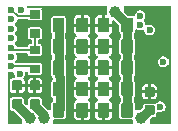
<source format=gbl>
G04 #@! TF.GenerationSoftware,KiCad,Pcbnew,7.0.9*
G04 #@! TF.CreationDate,2024-03-10T08:17:22+03:00*
G04 #@! TF.ProjectId,hellen1-motor-driver,68656c6c-656e-4312-9d6d-6f746f722d64,rev?*
G04 #@! TF.SameCoordinates,PX507d780PY4a62f80*
G04 #@! TF.FileFunction,Copper,L4,Bot*
G04 #@! TF.FilePolarity,Positive*
%FSLAX46Y46*%
G04 Gerber Fmt 4.6, Leading zero omitted, Abs format (unit mm)*
G04 Created by KiCad (PCBNEW 7.0.9) date 2024-03-10 08:17:22*
%MOMM*%
%LPD*%
G01*
G04 APERTURE LIST*
G04 #@! TA.AperFunction,SMDPad,CuDef*
%ADD10R,0.200000X4.400000*%
G04 #@! TD*
G04 #@! TA.AperFunction,SMDPad,CuDef*
%ADD11R,1.200000X0.200000*%
G04 #@! TD*
G04 #@! TA.AperFunction,SMDPad,CuDef*
%ADD12R,6.800000X0.200000*%
G04 #@! TD*
G04 #@! TA.AperFunction,SMDPad,CuDef*
%ADD13R,4.000000X0.200000*%
G04 #@! TD*
G04 #@! TA.AperFunction,SMDPad,CuDef*
%ADD14R,1.800000X0.200000*%
G04 #@! TD*
G04 #@! TA.AperFunction,SMDPad,CuDef*
%ADD15R,0.200000X10.000000*%
G04 #@! TD*
G04 #@! TA.AperFunction,ComponentPad*
%ADD16C,0.600000*%
G04 #@! TD*
G04 #@! TA.AperFunction,ComponentPad*
%ADD17C,1.000000*%
G04 #@! TD*
G04 #@! TA.AperFunction,ViaPad*
%ADD18C,0.600000*%
G04 #@! TD*
G04 #@! TA.AperFunction,Conductor*
%ADD19C,0.800000*%
G04 #@! TD*
G04 #@! TA.AperFunction,Conductor*
%ADD20C,0.200000*%
G04 #@! TD*
G04 APERTURE END LIST*
D10*
G04 #@! TO.P,M821,G,GND*
G04 #@! TO.N,GND*
X100000Y2200000D03*
D11*
X600000Y100000D03*
D12*
X5000000Y9900000D03*
X7200000Y100000D03*
D13*
X11800000Y9900000D03*
D14*
X12900000Y100000D03*
D15*
X13700000Y5000000D03*
D16*
G04 #@! TO.P,M821,N1,MOSI*
G04 #@! TO.N,/MOSI*
X1100000Y9700000D03*
D17*
G04 #@! TO.P,M821,N2,12V_IN*
G04 #@! TO.N,+12V*
X9100000Y9500000D03*
G04 #@! TO.P,M821,S1,12V_IN*
X1900000Y500000D03*
G04 #@! TO.P,M821,S2,OUT-*
G04 #@! TO.N,/OUT-*
X3100000Y500000D03*
G04 #@! TO.P,M821,S3,OUT+*
G04 #@! TO.N,/OUT+*
X11300000Y500000D03*
D16*
G04 #@! TO.P,M821,W1,DIS*
G04 #@! TO.N,/DIS*
X300000Y9700000D03*
G04 #@! TO.P,M821,W2,PWM*
G04 #@! TO.N,/PWM*
X300000Y8900000D03*
G04 #@! TO.P,M821,W3,SCLK*
G04 #@! TO.N,/SCLK*
X300000Y8100000D03*
G04 #@! TO.P,M821,W4,DIR*
G04 #@! TO.N,/DIR*
X300000Y7300000D03*
G04 #@! TO.P,M821,W5,3V3_IN*
G04 #@! TO.N,+3V3*
X300000Y6500000D03*
G04 #@! TO.P,M821,W6,MISO*
G04 #@! TO.N,/MISO*
X300000Y5700000D03*
G04 #@! TO.P,M821,W7,~CS*
G04 #@! TO.N,/~CS*
X300000Y4900000D03*
G04 #@! TD*
G04 #@! TO.P,R822,2*
G04 #@! TO.N,+3V3*
G04 #@! TA.AperFunction,SMDPad,CuDef*
G36*
G01*
X1910000Y8050000D02*
X2690000Y8050000D01*
G75*
G02*
X2760000Y7980000I0J-70000D01*
G01*
X2760000Y7420000D01*
G75*
G02*
X2690000Y7350000I-70000J0D01*
G01*
X1910000Y7350000D01*
G75*
G02*
X1840000Y7420000I0J70000D01*
G01*
X1840000Y7980000D01*
G75*
G02*
X1910000Y8050000I70000J0D01*
G01*
G37*
G04 #@! TD.AperFunction*
G04 #@! TO.P,R822,1*
G04 #@! TO.N,/DIS*
G04 #@! TA.AperFunction,SMDPad,CuDef*
G36*
G01*
X1910000Y9650000D02*
X2690000Y9650000D01*
G75*
G02*
X2760000Y9580000I0J-70000D01*
G01*
X2760000Y9020000D01*
G75*
G02*
X2690000Y8950000I-70000J0D01*
G01*
X1910000Y8950000D01*
G75*
G02*
X1840000Y9020000I0J70000D01*
G01*
X1840000Y9580000D01*
G75*
G02*
X1910000Y9650000I70000J0D01*
G01*
G37*
G04 #@! TD.AperFunction*
G04 #@! TD*
G04 #@! TO.P,R821,2*
G04 #@! TO.N,+3V3*
G04 #@! TA.AperFunction,SMDPad,CuDef*
G36*
G01*
X2690000Y5950000D02*
X1910000Y5950000D01*
G75*
G02*
X1840000Y6020000I0J70000D01*
G01*
X1840000Y6580000D01*
G75*
G02*
X1910000Y6650000I70000J0D01*
G01*
X2690000Y6650000D01*
G75*
G02*
X2760000Y6580000I0J-70000D01*
G01*
X2760000Y6020000D01*
G75*
G02*
X2690000Y5950000I-70000J0D01*
G01*
G37*
G04 #@! TD.AperFunction*
G04 #@! TO.P,R821,1*
G04 #@! TO.N,/~CS*
G04 #@! TA.AperFunction,SMDPad,CuDef*
G36*
G01*
X2690000Y4350000D02*
X1910000Y4350000D01*
G75*
G02*
X1840000Y4420000I0J70000D01*
G01*
X1840000Y4980000D01*
G75*
G02*
X1910000Y5050000I70000J0D01*
G01*
X2690000Y5050000D01*
G75*
G02*
X2760000Y4980000I0J-70000D01*
G01*
X2760000Y4420000D01*
G75*
G02*
X2690000Y4350000I-70000J0D01*
G01*
G37*
G04 #@! TD.AperFunction*
G04 #@! TD*
G04 #@! TO.P,C833,1*
G04 #@! TO.N,GND*
G04 #@! TA.AperFunction,SMDPad,CuDef*
G36*
G01*
X11660008Y3190001D02*
X12340008Y3190001D01*
G75*
G02*
X12425008Y3105001I0J-85000D01*
G01*
X12425008Y2425001D01*
G75*
G02*
X12340008Y2340001I-85000J0D01*
G01*
X11660008Y2340001D01*
G75*
G02*
X11575008Y2425001I0J85000D01*
G01*
X11575008Y3105001D01*
G75*
G02*
X11660008Y3190001I85000J0D01*
G01*
G37*
G04 #@! TD.AperFunction*
G04 #@! TO.P,C833,2*
G04 #@! TO.N,/OUT+*
G04 #@! TA.AperFunction,SMDPad,CuDef*
G36*
G01*
X11660008Y1609999D02*
X12340008Y1609999D01*
G75*
G02*
X12425008Y1524999I0J-85000D01*
G01*
X12425008Y844999D01*
G75*
G02*
X12340008Y759999I-85000J0D01*
G01*
X11660008Y759999D01*
G75*
G02*
X11575008Y844999I0J85000D01*
G01*
X11575008Y1524999D01*
G75*
G02*
X11660008Y1609999I85000J0D01*
G01*
G37*
G04 #@! TD.AperFunction*
G04 #@! TD*
G04 #@! TO.P,C832,1*
G04 #@! TO.N,GND*
G04 #@! TA.AperFunction,SMDPad,CuDef*
G36*
G01*
X1960000Y3715001D02*
X2640000Y3715001D01*
G75*
G02*
X2725000Y3630001I0J-85000D01*
G01*
X2725000Y2950001D01*
G75*
G02*
X2640000Y2865001I-85000J0D01*
G01*
X1960000Y2865001D01*
G75*
G02*
X1875000Y2950001I0J85000D01*
G01*
X1875000Y3630001D01*
G75*
G02*
X1960000Y3715001I85000J0D01*
G01*
G37*
G04 #@! TD.AperFunction*
G04 #@! TO.P,C832,2*
G04 #@! TO.N,/OUT-*
G04 #@! TA.AperFunction,SMDPad,CuDef*
G36*
G01*
X1960000Y2134999D02*
X2640000Y2134999D01*
G75*
G02*
X2725000Y2049999I0J-85000D01*
G01*
X2725000Y1369999D01*
G75*
G02*
X2640000Y1284999I-85000J0D01*
G01*
X1960000Y1284999D01*
G75*
G02*
X1875000Y1369999I0J85000D01*
G01*
X1875000Y2049999D01*
G75*
G02*
X1960000Y2134999I85000J0D01*
G01*
G37*
G04 #@! TD.AperFunction*
G04 #@! TD*
G04 #@! TO.P,C831,1*
G04 #@! TO.N,GND*
G04 #@! TA.AperFunction,SMDPad,CuDef*
G36*
G01*
X460000Y3715001D02*
X1140000Y3715001D01*
G75*
G02*
X1225000Y3630001I0J-85000D01*
G01*
X1225000Y2950001D01*
G75*
G02*
X1140000Y2865001I-85000J0D01*
G01*
X460000Y2865001D01*
G75*
G02*
X375000Y2950001I0J85000D01*
G01*
X375000Y3630001D01*
G75*
G02*
X460000Y3715001I85000J0D01*
G01*
G37*
G04 #@! TD.AperFunction*
G04 #@! TO.P,C831,2*
G04 #@! TO.N,+12V*
G04 #@! TA.AperFunction,SMDPad,CuDef*
G36*
G01*
X460000Y2134999D02*
X1140000Y2134999D01*
G75*
G02*
X1225000Y2049999I0J-85000D01*
G01*
X1225000Y1369999D01*
G75*
G02*
X1140000Y1284999I-85000J0D01*
G01*
X460000Y1284999D01*
G75*
G02*
X375000Y1369999I0J85000D01*
G01*
X375000Y2049999D01*
G75*
G02*
X460000Y2134999I85000J0D01*
G01*
G37*
G04 #@! TD.AperFunction*
G04 #@! TD*
G04 #@! TO.P,C830,2*
G04 #@! TO.N,+12V*
G04 #@! TA.AperFunction,SMDPad,CuDef*
G36*
G01*
X9600008Y7875000D02*
X9600008Y8925000D01*
G75*
G02*
X9700008Y9025000I100000J0D01*
G01*
X10500008Y9025000D01*
G75*
G02*
X10600008Y8925000I0J-100000D01*
G01*
X10600008Y7875000D01*
G75*
G02*
X10500008Y7775000I-100000J0D01*
G01*
X9700008Y7775000D01*
G75*
G02*
X9600008Y7875000I0J100000D01*
G01*
G37*
G04 #@! TD.AperFunction*
G04 #@! TO.P,C830,1*
G04 #@! TO.N,GND*
G04 #@! TA.AperFunction,SMDPad,CuDef*
G36*
G01*
X7600008Y7875000D02*
X7600008Y8925000D01*
G75*
G02*
X7700008Y9025000I100000J0D01*
G01*
X8500008Y9025000D01*
G75*
G02*
X8600008Y8925000I0J-100000D01*
G01*
X8600008Y7875000D01*
G75*
G02*
X8500008Y7775000I-100000J0D01*
G01*
X7700008Y7775000D01*
G75*
G02*
X7600008Y7875000I0J100000D01*
G01*
G37*
G04 #@! TD.AperFunction*
G04 #@! TD*
G04 #@! TO.P,C829,2*
G04 #@! TO.N,+12V*
G04 #@! TA.AperFunction,SMDPad,CuDef*
G36*
G01*
X9600008Y6075000D02*
X9600008Y7125000D01*
G75*
G02*
X9700008Y7225000I100000J0D01*
G01*
X10500008Y7225000D01*
G75*
G02*
X10600008Y7125000I0J-100000D01*
G01*
X10600008Y6075000D01*
G75*
G02*
X10500008Y5975000I-100000J0D01*
G01*
X9700008Y5975000D01*
G75*
G02*
X9600008Y6075000I0J100000D01*
G01*
G37*
G04 #@! TD.AperFunction*
G04 #@! TO.P,C829,1*
G04 #@! TO.N,GND*
G04 #@! TA.AperFunction,SMDPad,CuDef*
G36*
G01*
X7600008Y6075000D02*
X7600008Y7125000D01*
G75*
G02*
X7700008Y7225000I100000J0D01*
G01*
X8500008Y7225000D01*
G75*
G02*
X8600008Y7125000I0J-100000D01*
G01*
X8600008Y6075000D01*
G75*
G02*
X8500008Y5975000I-100000J0D01*
G01*
X7700008Y5975000D01*
G75*
G02*
X7600008Y6075000I0J100000D01*
G01*
G37*
G04 #@! TD.AperFunction*
G04 #@! TD*
G04 #@! TO.P,C828,2*
G04 #@! TO.N,+12V*
G04 #@! TA.AperFunction,SMDPad,CuDef*
G36*
G01*
X9600008Y4275000D02*
X9600008Y5325000D01*
G75*
G02*
X9700008Y5425000I100000J0D01*
G01*
X10500008Y5425000D01*
G75*
G02*
X10600008Y5325000I0J-100000D01*
G01*
X10600008Y4275000D01*
G75*
G02*
X10500008Y4175000I-100000J0D01*
G01*
X9700008Y4175000D01*
G75*
G02*
X9600008Y4275000I0J100000D01*
G01*
G37*
G04 #@! TD.AperFunction*
G04 #@! TO.P,C828,1*
G04 #@! TO.N,GND*
G04 #@! TA.AperFunction,SMDPad,CuDef*
G36*
G01*
X7600008Y4275000D02*
X7600008Y5325000D01*
G75*
G02*
X7700008Y5425000I100000J0D01*
G01*
X8500008Y5425000D01*
G75*
G02*
X8600008Y5325000I0J-100000D01*
G01*
X8600008Y4275000D01*
G75*
G02*
X8500008Y4175000I-100000J0D01*
G01*
X7700008Y4175000D01*
G75*
G02*
X7600008Y4275000I0J100000D01*
G01*
G37*
G04 #@! TD.AperFunction*
G04 #@! TD*
G04 #@! TO.P,C827,2*
G04 #@! TO.N,+12V*
G04 #@! TA.AperFunction,SMDPad,CuDef*
G36*
G01*
X9600008Y2475000D02*
X9600008Y3525000D01*
G75*
G02*
X9700008Y3625000I100000J0D01*
G01*
X10500008Y3625000D01*
G75*
G02*
X10600008Y3525000I0J-100000D01*
G01*
X10600008Y2475000D01*
G75*
G02*
X10500008Y2375000I-100000J0D01*
G01*
X9700008Y2375000D01*
G75*
G02*
X9600008Y2475000I0J100000D01*
G01*
G37*
G04 #@! TD.AperFunction*
G04 #@! TO.P,C827,1*
G04 #@! TO.N,GND*
G04 #@! TA.AperFunction,SMDPad,CuDef*
G36*
G01*
X7600008Y2475000D02*
X7600008Y3525000D01*
G75*
G02*
X7700008Y3625000I100000J0D01*
G01*
X8500008Y3625000D01*
G75*
G02*
X8600008Y3525000I0J-100000D01*
G01*
X8600008Y2475000D01*
G75*
G02*
X8500008Y2375000I-100000J0D01*
G01*
X7700008Y2375000D01*
G75*
G02*
X7600008Y2475000I0J100000D01*
G01*
G37*
G04 #@! TD.AperFunction*
G04 #@! TD*
G04 #@! TO.P,C826,2*
G04 #@! TO.N,+12V*
G04 #@! TA.AperFunction,SMDPad,CuDef*
G36*
G01*
X9600008Y675000D02*
X9600008Y1725000D01*
G75*
G02*
X9700008Y1825000I100000J0D01*
G01*
X10500008Y1825000D01*
G75*
G02*
X10600008Y1725000I0J-100000D01*
G01*
X10600008Y675000D01*
G75*
G02*
X10500008Y575000I-100000J0D01*
G01*
X9700008Y575000D01*
G75*
G02*
X9600008Y675000I0J100000D01*
G01*
G37*
G04 #@! TD.AperFunction*
G04 #@! TO.P,C826,1*
G04 #@! TO.N,GND*
G04 #@! TA.AperFunction,SMDPad,CuDef*
G36*
G01*
X7600008Y675000D02*
X7600008Y1725000D01*
G75*
G02*
X7700008Y1825000I100000J0D01*
G01*
X8500008Y1825000D01*
G75*
G02*
X8600008Y1725000I0J-100000D01*
G01*
X8600008Y675000D01*
G75*
G02*
X8500008Y575000I-100000J0D01*
G01*
X7700008Y575000D01*
G75*
G02*
X7600008Y675000I0J100000D01*
G01*
G37*
G04 #@! TD.AperFunction*
G04 #@! TD*
G04 #@! TO.P,C825,2*
G04 #@! TO.N,+12V*
G04 #@! TA.AperFunction,SMDPad,CuDef*
G36*
G01*
X4800008Y8925000D02*
X4800008Y7875000D01*
G75*
G02*
X4700008Y7775000I-100000J0D01*
G01*
X3900008Y7775000D01*
G75*
G02*
X3800008Y7875000I0J100000D01*
G01*
X3800008Y8925000D01*
G75*
G02*
X3900008Y9025000I100000J0D01*
G01*
X4700008Y9025000D01*
G75*
G02*
X4800008Y8925000I0J-100000D01*
G01*
G37*
G04 #@! TD.AperFunction*
G04 #@! TO.P,C825,1*
G04 #@! TO.N,GND*
G04 #@! TA.AperFunction,SMDPad,CuDef*
G36*
G01*
X6800008Y8925000D02*
X6800008Y7875000D01*
G75*
G02*
X6700008Y7775000I-100000J0D01*
G01*
X5900008Y7775000D01*
G75*
G02*
X5800008Y7875000I0J100000D01*
G01*
X5800008Y8925000D01*
G75*
G02*
X5900008Y9025000I100000J0D01*
G01*
X6700008Y9025000D01*
G75*
G02*
X6800008Y8925000I0J-100000D01*
G01*
G37*
G04 #@! TD.AperFunction*
G04 #@! TD*
G04 #@! TO.P,C824,2*
G04 #@! TO.N,+12V*
G04 #@! TA.AperFunction,SMDPad,CuDef*
G36*
G01*
X4800008Y7125000D02*
X4800008Y6075000D01*
G75*
G02*
X4700008Y5975000I-100000J0D01*
G01*
X3900008Y5975000D01*
G75*
G02*
X3800008Y6075000I0J100000D01*
G01*
X3800008Y7125000D01*
G75*
G02*
X3900008Y7225000I100000J0D01*
G01*
X4700008Y7225000D01*
G75*
G02*
X4800008Y7125000I0J-100000D01*
G01*
G37*
G04 #@! TD.AperFunction*
G04 #@! TO.P,C824,1*
G04 #@! TO.N,GND*
G04 #@! TA.AperFunction,SMDPad,CuDef*
G36*
G01*
X6800008Y7125000D02*
X6800008Y6075000D01*
G75*
G02*
X6700008Y5975000I-100000J0D01*
G01*
X5900008Y5975000D01*
G75*
G02*
X5800008Y6075000I0J100000D01*
G01*
X5800008Y7125000D01*
G75*
G02*
X5900008Y7225000I100000J0D01*
G01*
X6700008Y7225000D01*
G75*
G02*
X6800008Y7125000I0J-100000D01*
G01*
G37*
G04 #@! TD.AperFunction*
G04 #@! TD*
G04 #@! TO.P,C823,2*
G04 #@! TO.N,+12V*
G04 #@! TA.AperFunction,SMDPad,CuDef*
G36*
G01*
X4800008Y5325000D02*
X4800008Y4275000D01*
G75*
G02*
X4700008Y4175000I-100000J0D01*
G01*
X3900008Y4175000D01*
G75*
G02*
X3800008Y4275000I0J100000D01*
G01*
X3800008Y5325000D01*
G75*
G02*
X3900008Y5425000I100000J0D01*
G01*
X4700008Y5425000D01*
G75*
G02*
X4800008Y5325000I0J-100000D01*
G01*
G37*
G04 #@! TD.AperFunction*
G04 #@! TO.P,C823,1*
G04 #@! TO.N,GND*
G04 #@! TA.AperFunction,SMDPad,CuDef*
G36*
G01*
X6800008Y5325000D02*
X6800008Y4275000D01*
G75*
G02*
X6700008Y4175000I-100000J0D01*
G01*
X5900008Y4175000D01*
G75*
G02*
X5800008Y4275000I0J100000D01*
G01*
X5800008Y5325000D01*
G75*
G02*
X5900008Y5425000I100000J0D01*
G01*
X6700008Y5425000D01*
G75*
G02*
X6800008Y5325000I0J-100000D01*
G01*
G37*
G04 #@! TD.AperFunction*
G04 #@! TD*
G04 #@! TO.P,C822,2*
G04 #@! TO.N,+12V*
G04 #@! TA.AperFunction,SMDPad,CuDef*
G36*
G01*
X4800008Y3525000D02*
X4800008Y2475000D01*
G75*
G02*
X4700008Y2375000I-100000J0D01*
G01*
X3900008Y2375000D01*
G75*
G02*
X3800008Y2475000I0J100000D01*
G01*
X3800008Y3525000D01*
G75*
G02*
X3900008Y3625000I100000J0D01*
G01*
X4700008Y3625000D01*
G75*
G02*
X4800008Y3525000I0J-100000D01*
G01*
G37*
G04 #@! TD.AperFunction*
G04 #@! TO.P,C822,1*
G04 #@! TO.N,GND*
G04 #@! TA.AperFunction,SMDPad,CuDef*
G36*
G01*
X6800008Y3525000D02*
X6800008Y2475000D01*
G75*
G02*
X6700008Y2375000I-100000J0D01*
G01*
X5900008Y2375000D01*
G75*
G02*
X5800008Y2475000I0J100000D01*
G01*
X5800008Y3525000D01*
G75*
G02*
X5900008Y3625000I100000J0D01*
G01*
X6700008Y3625000D01*
G75*
G02*
X6800008Y3525000I0J-100000D01*
G01*
G37*
G04 #@! TD.AperFunction*
G04 #@! TD*
G04 #@! TO.P,C821,2*
G04 #@! TO.N,+12V*
G04 #@! TA.AperFunction,SMDPad,CuDef*
G36*
G01*
X4800008Y1725000D02*
X4800008Y675000D01*
G75*
G02*
X4700008Y575000I-100000J0D01*
G01*
X3900008Y575000D01*
G75*
G02*
X3800008Y675000I0J100000D01*
G01*
X3800008Y1725000D01*
G75*
G02*
X3900008Y1825000I100000J0D01*
G01*
X4700008Y1825000D01*
G75*
G02*
X4800008Y1725000I0J-100000D01*
G01*
G37*
G04 #@! TD.AperFunction*
G04 #@! TO.P,C821,1*
G04 #@! TO.N,GND*
G04 #@! TA.AperFunction,SMDPad,CuDef*
G36*
G01*
X6800008Y1725000D02*
X6800008Y675000D01*
G75*
G02*
X6700008Y575000I-100000J0D01*
G01*
X5900008Y575000D01*
G75*
G02*
X5800008Y675000I0J100000D01*
G01*
X5800008Y1725000D01*
G75*
G02*
X5900008Y1825000I100000J0D01*
G01*
X6700008Y1825000D01*
G75*
G02*
X6800008Y1725000I0J-100000D01*
G01*
G37*
G04 #@! TD.AperFunction*
G04 #@! TD*
D18*
G04 #@! TO.N,GND*
X5300000Y9400000D03*
X5400000Y7500000D03*
X5400000Y2100000D03*
X9000000Y5700000D03*
X9100000Y500000D03*
X5300000Y500000D03*
X3300000Y9450000D03*
X12800000Y9400000D03*
X13300000Y8100000D03*
X13200000Y600000D03*
G04 #@! TO.N,+12V*
X10100000Y3900000D03*
X10100000Y2100000D03*
X4300008Y5700000D03*
G04 #@! TO.N,/MOSI*
X11200000Y9200000D03*
G04 #@! TO.N,GND*
X7200000Y9450000D03*
X7200000Y7500000D03*
X7200000Y5700000D03*
X7200000Y3900000D03*
X7200000Y2100000D03*
X600002Y600000D03*
X3343535Y1743535D03*
G04 #@! TO.N,/~CS*
X12900008Y1500000D03*
G04 #@! TO.N,/PWM*
X12000008Y8000010D03*
G04 #@! TO.N,/DIS*
X11193618Y8415799D03*
G04 #@! TO.N,/SCLK*
X13150498Y5300000D03*
G04 #@! TO.N,+12V*
X1000008Y4300000D03*
X4396524Y4013526D03*
G04 #@! TD*
D19*
G04 #@! TO.N,+12V*
X10100008Y8499992D02*
X9100000Y9500000D01*
X10100008Y8400000D02*
X10100008Y8499992D01*
G04 #@! TO.N,/OUT+*
X11984999Y1184999D02*
X11300000Y500000D01*
X12000008Y1184999D02*
X11984999Y1184999D01*
G04 #@! TO.N,+12V*
X4300008Y7500000D02*
X4300008Y5700000D01*
X4300008Y5700000D02*
X4300008Y4110042D01*
D20*
G04 #@! TO.N,/~CS*
X2100000Y4900000D02*
X2300000Y4700000D01*
X300000Y4900000D02*
X2100000Y4900000D01*
G04 #@! TO.N,+3V3*
X500000Y6300000D02*
X300000Y6500000D01*
X2300000Y6300000D02*
X500000Y6300000D01*
X2300000Y7700000D02*
X2300000Y6300000D01*
G04 #@! TO.N,/DIS*
X827818Y9150000D02*
X2150000Y9150000D01*
X2150000Y9150000D02*
X2300000Y9300000D01*
X300000Y9700000D02*
X300000Y9677818D01*
X300000Y9677818D02*
X827818Y9150000D01*
D19*
G04 #@! TO.N,+12V*
X800000Y1602084D02*
X1900000Y502084D01*
X800000Y1709999D02*
X800000Y1602084D01*
X1900000Y502084D02*
X1900000Y500000D01*
G04 #@! TO.N,/OUT-*
X3100000Y784925D02*
X3100000Y500000D01*
X2300000Y1709999D02*
X2300000Y1584925D01*
X2300000Y1584925D02*
X3100000Y784925D01*
G04 #@! TO.N,+12V*
X4396524Y1296516D02*
X4300008Y1200000D01*
X4396524Y4013526D02*
X4396524Y1296516D01*
X4300008Y8400000D02*
X4300008Y7500000D01*
X4300008Y4110042D02*
X4396524Y4013526D01*
X10100008Y1200000D02*
X10100008Y8400000D01*
G04 #@! TD*
G04 #@! TA.AperFunction,Conductor*
G04 #@! TO.N,GND*
G36*
X292889Y1198424D02*
G01*
X368111Y1148162D01*
X368113Y1148162D01*
X368114Y1148161D01*
X436800Y1134498D01*
X436803Y1134498D01*
X437699Y1134498D01*
X438152Y1134365D01*
X442863Y1133901D01*
X442775Y1133008D01*
X504738Y1114813D01*
X525380Y1098179D01*
X1163681Y459878D01*
X1197166Y398555D01*
X1200000Y372197D01*
X1200000Y224000D01*
X1180315Y156961D01*
X1127511Y111206D01*
X1076000Y100000D01*
X224000Y100000D01*
X156961Y119685D01*
X111206Y172489D01*
X100000Y224000D01*
X100000Y1095321D01*
X119685Y1162360D01*
X172489Y1208115D01*
X241647Y1218059D01*
X292889Y1198424D01*
G37*
G04 #@! TD.AperFunction*
G04 #@! TA.AperFunction,Conductor*
G36*
X8343039Y9880315D02*
G01*
X8388794Y9827511D01*
X8400000Y9776000D01*
X8400000Y9349000D01*
X8380315Y9281961D01*
X8327511Y9236206D01*
X8276000Y9225000D01*
X8225008Y9225000D01*
X8225008Y8525000D01*
X8800007Y8525000D01*
X8800007Y8676000D01*
X8819692Y8743039D01*
X8872496Y8788794D01*
X8924007Y8800000D01*
X8970113Y8800000D01*
X9037152Y8780315D01*
X9057794Y8763681D01*
X9413189Y8408286D01*
X9446674Y8346963D01*
X9449508Y8320605D01*
X9449508Y7850322D01*
X9464040Y7777265D01*
X9464041Y7777261D01*
X9464042Y7777260D01*
X9519407Y7694399D01*
X9519408Y7694399D01*
X9526193Y7684244D01*
X9523215Y7682255D01*
X9546674Y7639294D01*
X9549508Y7612936D01*
X9549508Y7387065D01*
X9529823Y7320026D01*
X9525269Y7314376D01*
X9464042Y7222740D01*
X9464040Y7222736D01*
X9449508Y7149679D01*
X9449508Y6050322D01*
X9464040Y5977265D01*
X9464041Y5977261D01*
X9464042Y5977260D01*
X9519407Y5894399D01*
X9519408Y5894399D01*
X9526193Y5884244D01*
X9523215Y5882255D01*
X9546674Y5839294D01*
X9549508Y5812936D01*
X9549508Y5587065D01*
X9529823Y5520026D01*
X9525269Y5514376D01*
X9464042Y5422740D01*
X9464040Y5422736D01*
X9449508Y5349679D01*
X9449508Y4250322D01*
X9464040Y4177265D01*
X9464041Y4177261D01*
X9470332Y4167846D01*
X9519407Y4094399D01*
X9519408Y4094399D01*
X9526193Y4084244D01*
X9523215Y4082255D01*
X9546674Y4039294D01*
X9549508Y4012936D01*
X9549508Y3787065D01*
X9529823Y3720026D01*
X9525269Y3714376D01*
X9464042Y3622740D01*
X9464040Y3622736D01*
X9449508Y3549679D01*
X9449508Y2450322D01*
X9464040Y2377265D01*
X9464041Y2377261D01*
X9464042Y2377260D01*
X9519407Y2294399D01*
X9519408Y2294399D01*
X9526193Y2284244D01*
X9523215Y2282255D01*
X9546674Y2239294D01*
X9549508Y2212936D01*
X9549508Y1987065D01*
X9529823Y1920026D01*
X9525269Y1914376D01*
X9464042Y1822740D01*
X9464040Y1822736D01*
X9449508Y1749679D01*
X9449508Y650322D01*
X9464040Y577265D01*
X9464041Y577261D01*
X9464042Y577260D01*
X9519407Y494399D01*
X9599999Y440550D01*
X9602268Y439034D01*
X9602272Y439033D01*
X9675329Y424501D01*
X9675332Y424500D01*
X10476000Y424500D01*
X10543039Y404815D01*
X10588794Y352011D01*
X10600000Y300500D01*
X10600000Y224000D01*
X10580315Y156961D01*
X10527511Y111206D01*
X10476000Y100000D01*
X3924000Y100000D01*
X3856961Y119685D01*
X3811206Y172489D01*
X3800000Y224000D01*
X3800000Y300500D01*
X3819685Y367539D01*
X3872489Y413294D01*
X3924000Y424500D01*
X4724684Y424500D01*
X4724685Y424501D01*
X4797748Y439034D01*
X4880609Y494399D01*
X4935974Y577260D01*
X4950508Y650326D01*
X4950508Y1075000D01*
X5600009Y1075000D01*
X5600009Y630215D01*
X5600010Y630192D01*
X5602916Y605131D01*
X5602917Y605127D01*
X5648219Y502526D01*
X5648222Y502521D01*
X5727528Y423215D01*
X5727533Y423212D01*
X5830131Y377911D01*
X5855214Y375001D01*
X6175007Y375001D01*
X6175008Y375002D01*
X6175008Y1075000D01*
X6425008Y1075000D01*
X6425008Y375001D01*
X6744794Y375001D01*
X6744816Y375003D01*
X6769877Y377909D01*
X6769881Y377910D01*
X6872482Y423212D01*
X6872487Y423215D01*
X6951793Y502521D01*
X6951796Y502526D01*
X6997097Y605123D01*
X6997097Y605125D01*
X7000007Y630206D01*
X7000008Y630209D01*
X7000008Y1075000D01*
X7400009Y1075000D01*
X7400009Y630215D01*
X7400010Y630192D01*
X7402916Y605131D01*
X7402917Y605127D01*
X7448219Y502526D01*
X7448222Y502521D01*
X7527528Y423215D01*
X7527533Y423212D01*
X7630131Y377911D01*
X7655214Y375001D01*
X7975007Y375001D01*
X7975008Y375002D01*
X7975008Y1075000D01*
X8225008Y1075000D01*
X8225008Y375001D01*
X8544794Y375001D01*
X8544816Y375003D01*
X8569877Y377909D01*
X8569881Y377910D01*
X8672482Y423212D01*
X8672487Y423215D01*
X8751793Y502521D01*
X8751796Y502526D01*
X8797097Y605123D01*
X8797097Y605125D01*
X8800007Y630206D01*
X8800008Y630209D01*
X8800008Y1075000D01*
X8225008Y1075000D01*
X7975008Y1075000D01*
X7400009Y1075000D01*
X7000008Y1075000D01*
X6425008Y1075000D01*
X6175008Y1075000D01*
X5600009Y1075000D01*
X4950508Y1075000D01*
X4950508Y1299000D01*
X4950833Y1305344D01*
X4951876Y1315488D01*
X4951874Y1315496D01*
X4951729Y1319749D01*
X4951280Y1325000D01*
X5600008Y1325000D01*
X7000007Y1325000D01*
X7400008Y1325000D01*
X8800007Y1325000D01*
X8800007Y1769786D01*
X8800005Y1769809D01*
X8797099Y1794870D01*
X8797098Y1794874D01*
X8751796Y1897475D01*
X8751793Y1897480D01*
X8672487Y1976786D01*
X8672482Y1976789D01*
X8650338Y1986567D01*
X8596963Y2031654D01*
X8576436Y2098440D01*
X8595275Y2165722D01*
X8647499Y2212138D01*
X8650344Y2213437D01*
X8672482Y2223212D01*
X8672487Y2223215D01*
X8751793Y2302521D01*
X8751796Y2302526D01*
X8797097Y2405123D01*
X8797097Y2405125D01*
X8800007Y2430206D01*
X8800008Y2430209D01*
X8800008Y2875000D01*
X7400009Y2875000D01*
X7400009Y2430215D01*
X7400010Y2430192D01*
X7402916Y2405131D01*
X7402917Y2405127D01*
X7448219Y2302526D01*
X7448222Y2302521D01*
X7527528Y2223215D01*
X7527535Y2223210D01*
X7549675Y2213434D01*
X7603051Y2168349D01*
X7623579Y2101562D01*
X7604741Y2034280D01*
X7552518Y1987864D01*
X7549675Y1986566D01*
X7527535Y1976791D01*
X7527528Y1976786D01*
X7448222Y1897480D01*
X7448219Y1897475D01*
X7402918Y1794878D01*
X7402918Y1794876D01*
X7400008Y1769795D01*
X7400008Y1325000D01*
X7000007Y1325000D01*
X7000007Y1769786D01*
X7000005Y1769809D01*
X6997099Y1794870D01*
X6997098Y1794874D01*
X6951796Y1897475D01*
X6951793Y1897480D01*
X6872487Y1976786D01*
X6872482Y1976789D01*
X6850338Y1986567D01*
X6796963Y2031654D01*
X6776436Y2098440D01*
X6795275Y2165722D01*
X6847499Y2212138D01*
X6850344Y2213437D01*
X6872482Y2223212D01*
X6872487Y2223215D01*
X6951793Y2302521D01*
X6951796Y2302526D01*
X6997097Y2405123D01*
X6997097Y2405125D01*
X7000007Y2430206D01*
X7000008Y2430209D01*
X7000008Y2875000D01*
X5600009Y2875000D01*
X5600009Y2430215D01*
X5600010Y2430192D01*
X5602916Y2405131D01*
X5602917Y2405127D01*
X5648219Y2302526D01*
X5648222Y2302521D01*
X5727528Y2223215D01*
X5727535Y2223210D01*
X5749675Y2213434D01*
X5803051Y2168349D01*
X5823579Y2101562D01*
X5804741Y2034280D01*
X5752518Y1987864D01*
X5749675Y1986566D01*
X5727535Y1976791D01*
X5727528Y1976786D01*
X5648222Y1897480D01*
X5648219Y1897475D01*
X5602918Y1794878D01*
X5602918Y1794876D01*
X5600008Y1769795D01*
X5600008Y1325000D01*
X4951280Y1325000D01*
X4950508Y1334033D01*
X4950508Y1749677D01*
X4949407Y1755211D01*
X4947024Y1779403D01*
X4947024Y2420598D01*
X4949408Y2444794D01*
X4950508Y2450323D01*
X4950508Y3125000D01*
X5600008Y3125000D01*
X7000007Y3125000D01*
X7400008Y3125000D01*
X8800007Y3125000D01*
X8800007Y3569786D01*
X8800005Y3569809D01*
X8797099Y3594870D01*
X8797098Y3594874D01*
X8751796Y3697475D01*
X8751793Y3697480D01*
X8672487Y3776786D01*
X8672482Y3776789D01*
X8650338Y3786567D01*
X8596963Y3831654D01*
X8576436Y3898440D01*
X8595275Y3965722D01*
X8647499Y4012138D01*
X8650344Y4013437D01*
X8672482Y4023212D01*
X8672487Y4023215D01*
X8751793Y4102521D01*
X8751796Y4102526D01*
X8797097Y4205123D01*
X8797097Y4205125D01*
X8800007Y4230206D01*
X8800008Y4230209D01*
X8800008Y4675000D01*
X7400009Y4675000D01*
X7400009Y4230215D01*
X7400010Y4230192D01*
X7402916Y4205131D01*
X7402917Y4205127D01*
X7448219Y4102526D01*
X7448222Y4102521D01*
X7527528Y4023215D01*
X7527535Y4023210D01*
X7549675Y4013434D01*
X7603051Y3968349D01*
X7623579Y3901562D01*
X7604741Y3834280D01*
X7552518Y3787864D01*
X7549675Y3786566D01*
X7527535Y3776791D01*
X7527528Y3776786D01*
X7448222Y3697480D01*
X7448219Y3697475D01*
X7402918Y3594878D01*
X7402918Y3594876D01*
X7400008Y3569795D01*
X7400008Y3125000D01*
X7000007Y3125000D01*
X7000007Y3569786D01*
X7000005Y3569809D01*
X6997099Y3594870D01*
X6997098Y3594874D01*
X6951796Y3697475D01*
X6951793Y3697480D01*
X6872487Y3776786D01*
X6872482Y3776789D01*
X6850338Y3786567D01*
X6796963Y3831654D01*
X6776436Y3898440D01*
X6795275Y3965722D01*
X6847499Y4012138D01*
X6850344Y4013437D01*
X6872482Y4023212D01*
X6872487Y4023215D01*
X6951793Y4102521D01*
X6951796Y4102526D01*
X6997097Y4205123D01*
X6997097Y4205125D01*
X7000007Y4230206D01*
X7000008Y4230209D01*
X7000008Y4675000D01*
X5600009Y4675000D01*
X5600009Y4230215D01*
X5600010Y4230192D01*
X5602916Y4205131D01*
X5602917Y4205127D01*
X5648219Y4102526D01*
X5648222Y4102521D01*
X5727528Y4023215D01*
X5727535Y4023210D01*
X5749675Y4013434D01*
X5803051Y3968349D01*
X5823579Y3901562D01*
X5804741Y3834280D01*
X5752518Y3787864D01*
X5749675Y3786566D01*
X5727535Y3776791D01*
X5727528Y3776786D01*
X5648222Y3697480D01*
X5648219Y3697475D01*
X5602918Y3594878D01*
X5602918Y3594876D01*
X5600008Y3569795D01*
X5600008Y3125000D01*
X4950508Y3125000D01*
X4950508Y3549677D01*
X4949407Y3555211D01*
X4947024Y3579403D01*
X4947024Y4004129D01*
X4947232Y4010224D01*
X4949286Y4070352D01*
X4938806Y4113352D01*
X4937621Y4119591D01*
X4937514Y4120368D01*
X4935097Y4137956D01*
X4936324Y4179024D01*
X4950508Y4250326D01*
X4950508Y4925000D01*
X5600008Y4925000D01*
X7000007Y4925000D01*
X7400008Y4925000D01*
X8800007Y4925000D01*
X8800007Y5369786D01*
X8800005Y5369809D01*
X8797099Y5394870D01*
X8797098Y5394874D01*
X8751796Y5497475D01*
X8751793Y5497480D01*
X8672487Y5576786D01*
X8672482Y5576789D01*
X8650338Y5586567D01*
X8596963Y5631654D01*
X8576436Y5698440D01*
X8595275Y5765722D01*
X8647499Y5812138D01*
X8650344Y5813437D01*
X8672482Y5823212D01*
X8672487Y5823215D01*
X8751793Y5902521D01*
X8751796Y5902526D01*
X8797097Y6005123D01*
X8797097Y6005125D01*
X8800007Y6030206D01*
X8800008Y6030209D01*
X8800008Y6475000D01*
X7400009Y6475000D01*
X7400009Y6030215D01*
X7400010Y6030192D01*
X7402916Y6005131D01*
X7402917Y6005127D01*
X7448219Y5902526D01*
X7448222Y5902521D01*
X7527528Y5823215D01*
X7527535Y5823210D01*
X7549675Y5813434D01*
X7603051Y5768349D01*
X7623579Y5701562D01*
X7604741Y5634280D01*
X7552518Y5587864D01*
X7549675Y5586566D01*
X7527535Y5576791D01*
X7527528Y5576786D01*
X7448222Y5497480D01*
X7448219Y5497475D01*
X7402918Y5394878D01*
X7402918Y5394876D01*
X7400008Y5369795D01*
X7400008Y4925000D01*
X7000007Y4925000D01*
X7000007Y5369786D01*
X7000005Y5369809D01*
X6997099Y5394870D01*
X6997098Y5394874D01*
X6951796Y5497475D01*
X6951793Y5497480D01*
X6872487Y5576786D01*
X6872482Y5576789D01*
X6850338Y5586567D01*
X6796963Y5631654D01*
X6776436Y5698440D01*
X6795275Y5765722D01*
X6847499Y5812138D01*
X6850344Y5813437D01*
X6872482Y5823212D01*
X6872487Y5823215D01*
X6951793Y5902521D01*
X6951796Y5902526D01*
X6997097Y6005123D01*
X6997097Y6005125D01*
X7000007Y6030206D01*
X7000008Y6030209D01*
X7000008Y6475000D01*
X5600009Y6475000D01*
X5600009Y6030215D01*
X5600010Y6030192D01*
X5602916Y6005131D01*
X5602917Y6005127D01*
X5648219Y5902526D01*
X5648222Y5902521D01*
X5727528Y5823215D01*
X5727535Y5823210D01*
X5749675Y5813434D01*
X5803051Y5768349D01*
X5823579Y5701562D01*
X5804741Y5634280D01*
X5752518Y5587864D01*
X5749675Y5586566D01*
X5727535Y5576791D01*
X5727528Y5576786D01*
X5648222Y5497480D01*
X5648219Y5497475D01*
X5602918Y5394878D01*
X5602918Y5394876D01*
X5600008Y5369795D01*
X5600008Y4925000D01*
X4950508Y4925000D01*
X4950508Y5349674D01*
X4950508Y5349677D01*
X4950507Y5349679D01*
X4935975Y5422736D01*
X4935974Y5422737D01*
X4935974Y5422740D01*
X4880609Y5505601D01*
X4873824Y5515756D01*
X4876801Y5517746D01*
X4853342Y5560707D01*
X4850508Y5587065D01*
X4850508Y5812936D01*
X4870193Y5879975D01*
X4874744Y5885624D01*
X4880605Y5894397D01*
X4880609Y5894399D01*
X4935974Y5977260D01*
X4950508Y6050326D01*
X4950508Y6725000D01*
X5600008Y6725000D01*
X7000007Y6725000D01*
X7400008Y6725000D01*
X8800007Y6725000D01*
X8800007Y7169786D01*
X8800005Y7169809D01*
X8797099Y7194870D01*
X8797098Y7194874D01*
X8751796Y7297475D01*
X8751793Y7297480D01*
X8672487Y7376786D01*
X8672482Y7376789D01*
X8650338Y7386567D01*
X8596963Y7431654D01*
X8576436Y7498440D01*
X8595275Y7565722D01*
X8647499Y7612138D01*
X8650344Y7613437D01*
X8672482Y7623212D01*
X8672487Y7623215D01*
X8751793Y7702521D01*
X8751796Y7702526D01*
X8797097Y7805123D01*
X8797097Y7805125D01*
X8800007Y7830206D01*
X8800008Y7830209D01*
X8800008Y8275000D01*
X7400009Y8275000D01*
X7400009Y7830215D01*
X7400010Y7830192D01*
X7402916Y7805131D01*
X7402917Y7805127D01*
X7448219Y7702526D01*
X7448222Y7702521D01*
X7527528Y7623215D01*
X7527535Y7623210D01*
X7549675Y7613434D01*
X7603051Y7568349D01*
X7623579Y7501562D01*
X7604741Y7434280D01*
X7552518Y7387864D01*
X7549675Y7386566D01*
X7527535Y7376791D01*
X7527528Y7376786D01*
X7448222Y7297480D01*
X7448219Y7297475D01*
X7402918Y7194878D01*
X7402918Y7194876D01*
X7400008Y7169795D01*
X7400008Y6725000D01*
X7000007Y6725000D01*
X7000007Y7169786D01*
X7000005Y7169809D01*
X6997099Y7194870D01*
X6997098Y7194874D01*
X6951796Y7297475D01*
X6951793Y7297480D01*
X6872487Y7376786D01*
X6872482Y7376789D01*
X6850338Y7386567D01*
X6796963Y7431654D01*
X6776436Y7498440D01*
X6795275Y7565722D01*
X6847499Y7612138D01*
X6850344Y7613437D01*
X6872482Y7623212D01*
X6872487Y7623215D01*
X6951793Y7702521D01*
X6951796Y7702526D01*
X6997097Y7805123D01*
X6997097Y7805125D01*
X7000007Y7830206D01*
X7000008Y7830209D01*
X7000008Y8275000D01*
X5600009Y8275000D01*
X5600009Y7830215D01*
X5600010Y7830192D01*
X5602916Y7805131D01*
X5602917Y7805127D01*
X5648219Y7702526D01*
X5648222Y7702521D01*
X5727528Y7623215D01*
X5727535Y7623210D01*
X5749675Y7613434D01*
X5803051Y7568349D01*
X5823579Y7501562D01*
X5804741Y7434280D01*
X5752518Y7387864D01*
X5749675Y7386566D01*
X5727535Y7376791D01*
X5727528Y7376786D01*
X5648222Y7297480D01*
X5648219Y7297475D01*
X5602918Y7194878D01*
X5602918Y7194876D01*
X5600008Y7169795D01*
X5600008Y6725000D01*
X4950508Y6725000D01*
X4950508Y7149674D01*
X4950508Y7149677D01*
X4950507Y7149679D01*
X4935975Y7222736D01*
X4935974Y7222737D01*
X4935974Y7222740D01*
X4880609Y7305601D01*
X4873824Y7315756D01*
X4876801Y7317746D01*
X4853342Y7360707D01*
X4850508Y7387065D01*
X4850508Y7612936D01*
X4870193Y7679975D01*
X4874744Y7685624D01*
X4880605Y7694397D01*
X4880609Y7694399D01*
X4935974Y7777260D01*
X4950508Y7850326D01*
X4950508Y8525000D01*
X5600008Y8525000D01*
X6175008Y8525000D01*
X6175008Y9225000D01*
X6425008Y9225000D01*
X6425008Y8525000D01*
X7000007Y8525000D01*
X7400008Y8525000D01*
X7975008Y8525000D01*
X7975008Y9225000D01*
X7655222Y9225000D01*
X7655199Y9224998D01*
X7630138Y9222092D01*
X7630134Y9222091D01*
X7527533Y9176789D01*
X7527528Y9176786D01*
X7448222Y9097480D01*
X7448219Y9097475D01*
X7402918Y8994878D01*
X7402918Y8994876D01*
X7400008Y8969795D01*
X7400008Y8525000D01*
X7000007Y8525000D01*
X7000007Y8969786D01*
X7000005Y8969809D01*
X6997099Y8994870D01*
X6997098Y8994874D01*
X6951796Y9097475D01*
X6951793Y9097480D01*
X6872487Y9176786D01*
X6872482Y9176789D01*
X6769884Y9222090D01*
X6744802Y9225000D01*
X6425008Y9225000D01*
X6175008Y9225000D01*
X5855222Y9225000D01*
X5855199Y9224998D01*
X5830138Y9222092D01*
X5830134Y9222091D01*
X5727533Y9176789D01*
X5727528Y9176786D01*
X5648222Y9097480D01*
X5648219Y9097475D01*
X5602918Y8994878D01*
X5602918Y8994876D01*
X5600008Y8969795D01*
X5600008Y8525000D01*
X4950508Y8525000D01*
X4950508Y8949674D01*
X4950508Y8949677D01*
X4950507Y8949679D01*
X4935975Y9022736D01*
X4935974Y9022740D01*
X4932308Y9028226D01*
X4880609Y9105601D01*
X4820052Y9146063D01*
X4797747Y9160967D01*
X4797743Y9160968D01*
X4724685Y9175500D01*
X4724682Y9175500D01*
X3875334Y9175500D01*
X3875331Y9175500D01*
X3802272Y9160968D01*
X3802268Y9160967D01*
X3719407Y9105601D01*
X3664041Y9022740D01*
X3664040Y9022736D01*
X3649508Y8949679D01*
X3649508Y7850322D01*
X3664040Y7777265D01*
X3664041Y7777261D01*
X3664042Y7777260D01*
X3719407Y7694399D01*
X3719408Y7694399D01*
X3726193Y7684244D01*
X3723215Y7682255D01*
X3746674Y7639294D01*
X3749508Y7612936D01*
X3749508Y7387065D01*
X3729823Y7320026D01*
X3725269Y7314376D01*
X3664042Y7222740D01*
X3664040Y7222736D01*
X3649508Y7149679D01*
X3649508Y6050322D01*
X3664040Y5977265D01*
X3664041Y5977261D01*
X3664042Y5977260D01*
X3719407Y5894399D01*
X3719408Y5894399D01*
X3726193Y5884244D01*
X3723215Y5882255D01*
X3746674Y5839294D01*
X3749508Y5812936D01*
X3749508Y5587065D01*
X3729823Y5520026D01*
X3725269Y5514376D01*
X3664042Y5422740D01*
X3664040Y5422736D01*
X3649508Y5349679D01*
X3649508Y4250322D01*
X3664040Y4177265D01*
X3664041Y4177261D01*
X3726193Y4084243D01*
X3725083Y4083502D01*
X3751172Y4037105D01*
X3757256Y4012138D01*
X3757723Y4010224D01*
X3758909Y4003982D01*
X3764937Y3960122D01*
X3772087Y3943663D01*
X3778827Y3923622D01*
X3783075Y3906190D01*
X3783075Y3906189D01*
X3791398Y3891387D01*
X3807095Y3823304D01*
X3783492Y3757542D01*
X3752202Y3727514D01*
X3719408Y3705602D01*
X3719407Y3705601D01*
X3713250Y3696386D01*
X3664041Y3622740D01*
X3664040Y3622736D01*
X3649508Y3549679D01*
X3649508Y2450322D01*
X3664040Y2377265D01*
X3664041Y2377261D01*
X3664042Y2377260D01*
X3719407Y2294399D01*
X3790915Y2246620D01*
X3835719Y2193009D01*
X3846024Y2143518D01*
X3846024Y2056483D01*
X3826339Y1989444D01*
X3790915Y1953381D01*
X3719407Y1905602D01*
X3664041Y1822740D01*
X3664040Y1822736D01*
X3649508Y1749679D01*
X3649508Y1324000D01*
X3629823Y1256961D01*
X3577019Y1211206D01*
X3525508Y1200000D01*
X3514812Y1200000D01*
X3447773Y1219685D01*
X3427131Y1236319D01*
X2911820Y1751630D01*
X2878335Y1812953D01*
X2875501Y1839311D01*
X2875501Y2073199D01*
X2861838Y2141885D01*
X2861837Y2141886D01*
X2861837Y2141888D01*
X2809787Y2219786D01*
X2731889Y2271836D01*
X2731887Y2271837D01*
X2731885Y2271838D01*
X2663199Y2285500D01*
X2663197Y2285500D01*
X1936803Y2285500D01*
X1936801Y2285500D01*
X1868114Y2271838D01*
X1868111Y2271836D01*
X1790213Y2219786D01*
X1738163Y2141888D01*
X1738161Y2141885D01*
X1724499Y2073199D01*
X1724499Y1755472D01*
X1704814Y1688433D01*
X1652010Y1642678D01*
X1582852Y1632734D01*
X1519296Y1661759D01*
X1512818Y1667791D01*
X1411820Y1768789D01*
X1378335Y1830112D01*
X1375501Y1856470D01*
X1375501Y2073199D01*
X1361838Y2141885D01*
X1361837Y2141886D01*
X1361837Y2141888D01*
X1309787Y2219786D01*
X1231889Y2271836D01*
X1231887Y2271837D01*
X1231885Y2271838D01*
X1163199Y2285500D01*
X1163197Y2285500D01*
X436803Y2285500D01*
X436801Y2285500D01*
X368114Y2271838D01*
X368112Y2271837D01*
X292890Y2221575D01*
X226213Y2200698D01*
X158833Y2219183D01*
X112143Y2271162D01*
X100000Y2324678D01*
X100000Y2609921D01*
X119685Y2676960D01*
X172489Y2722715D01*
X241647Y2732659D01*
X294084Y2712216D01*
X296149Y2710801D01*
X393616Y2667765D01*
X417439Y2665001D01*
X417445Y2665000D01*
X675000Y2665000D01*
X675000Y3165001D01*
X925000Y3165001D01*
X925000Y2665000D01*
X1182555Y2665000D01*
X1182560Y2665001D01*
X1206382Y2667765D01*
X1206384Y2667765D01*
X1303850Y2710802D01*
X1303857Y2710806D01*
X1379195Y2786144D01*
X1379199Y2786151D01*
X1422236Y2883617D01*
X1422236Y2883619D01*
X1425000Y2907441D01*
X1425001Y2907447D01*
X1425001Y3165001D01*
X1674999Y3165001D01*
X1674999Y2907441D01*
X1677763Y2883619D01*
X1677763Y2883617D01*
X1720800Y2786151D01*
X1720804Y2786144D01*
X1796142Y2710806D01*
X1796149Y2710802D01*
X1893616Y2667765D01*
X1917439Y2665001D01*
X1917445Y2665000D01*
X2175000Y2665000D01*
X2175000Y3165001D01*
X2425000Y3165001D01*
X2425000Y2665000D01*
X2682555Y2665000D01*
X2682560Y2665001D01*
X2706382Y2667765D01*
X2706384Y2667765D01*
X2803850Y2710802D01*
X2803857Y2710806D01*
X2879195Y2786144D01*
X2879199Y2786151D01*
X2922236Y2883617D01*
X2922236Y2883619D01*
X2925000Y2907441D01*
X2925001Y2907447D01*
X2925001Y3165001D01*
X2425000Y3165001D01*
X2175000Y3165001D01*
X1674999Y3165001D01*
X1425001Y3165001D01*
X925000Y3165001D01*
X675000Y3165001D01*
X675000Y3291001D01*
X694685Y3358040D01*
X747489Y3403795D01*
X799000Y3415001D01*
X1425001Y3415001D01*
X1674999Y3415001D01*
X2175000Y3415001D01*
X2175000Y3915002D01*
X2425000Y3915002D01*
X2425000Y3415001D01*
X2925001Y3415001D01*
X2925001Y3672556D01*
X2925000Y3672562D01*
X2922236Y3696384D01*
X2922236Y3696386D01*
X2879199Y3793852D01*
X2879195Y3793859D01*
X2803857Y3869197D01*
X2803850Y3869201D01*
X2706383Y3912238D01*
X2682560Y3915002D01*
X2425000Y3915002D01*
X2175000Y3915002D01*
X1917439Y3915002D01*
X1893617Y3912238D01*
X1893615Y3912238D01*
X1796149Y3869201D01*
X1796142Y3869197D01*
X1720804Y3793859D01*
X1720800Y3793852D01*
X1677763Y3696386D01*
X1677763Y3696384D01*
X1674999Y3672562D01*
X1674999Y3415001D01*
X1425001Y3415001D01*
X1425001Y3672556D01*
X1425000Y3672562D01*
X1422236Y3696384D01*
X1422236Y3696386D01*
X1379199Y3793852D01*
X1379195Y3793859D01*
X1342070Y3830984D01*
X1308585Y3892307D01*
X1313569Y3961999D01*
X1336037Y3999866D01*
X1370202Y4039294D01*
X1382887Y4053933D01*
X1382887Y4053935D01*
X1382890Y4053937D01*
X1436705Y4171774D01*
X1455141Y4300000D01*
X1451929Y4322337D01*
X1461872Y4391491D01*
X1507625Y4444296D01*
X1574665Y4463982D01*
X1641704Y4444299D01*
X1687460Y4391496D01*
X1696284Y4364173D01*
X1702292Y4333968D01*
X1702294Y4333962D01*
X1741024Y4276000D01*
X1751028Y4261028D01*
X1823965Y4212293D01*
X1823966Y4212293D01*
X1823967Y4212292D01*
X1860012Y4205123D01*
X1888281Y4199500D01*
X2711718Y4199501D01*
X2776035Y4212293D01*
X2848972Y4261028D01*
X2897707Y4333965D01*
X2910500Y4398281D01*
X2910499Y5001718D01*
X2897707Y5066035D01*
X2897705Y5066037D01*
X2897705Y5066039D01*
X2848972Y5138972D01*
X2802258Y5170185D01*
X2776035Y5187707D01*
X2776034Y5187708D01*
X2776033Y5187708D01*
X2776032Y5187709D01*
X2711721Y5200500D01*
X1888283Y5200500D01*
X1823964Y5187707D01*
X1823960Y5187706D01*
X1799558Y5171399D01*
X1732881Y5150520D01*
X1730666Y5150500D01*
X735666Y5150500D01*
X668627Y5170185D01*
X641951Y5193300D01*
X630282Y5206768D01*
X601261Y5270326D01*
X600000Y5287965D01*
X600000Y5312037D01*
X619685Y5379076D01*
X630278Y5393229D01*
X682882Y5453937D01*
X736697Y5571774D01*
X755133Y5700000D01*
X736697Y5828226D01*
X715798Y5873988D01*
X705854Y5943147D01*
X734879Y6006703D01*
X793657Y6044477D01*
X828592Y6049500D01*
X1577548Y6049500D01*
X1644587Y6029815D01*
X1690342Y5977011D01*
X1699166Y5949689D01*
X1702293Y5933965D01*
X1702294Y5933962D01*
X1742368Y5873988D01*
X1751028Y5861028D01*
X1823965Y5812293D01*
X1823966Y5812293D01*
X1823967Y5812292D01*
X1862483Y5804632D01*
X1888281Y5799500D01*
X2711718Y5799501D01*
X2776035Y5812293D01*
X2848972Y5861028D01*
X2897707Y5933965D01*
X2899534Y5943147D01*
X2910499Y5998278D01*
X2910500Y5998281D01*
X2910499Y6601718D01*
X2897707Y6666035D01*
X2897705Y6666037D01*
X2897705Y6666039D01*
X2848972Y6738972D01*
X2776036Y6787706D01*
X2776035Y6787707D01*
X2776034Y6787708D01*
X2776033Y6787708D01*
X2776032Y6787709D01*
X2711723Y6800500D01*
X2711719Y6800500D01*
X2674500Y6800500D01*
X2607461Y6820185D01*
X2561706Y6872989D01*
X2550500Y6924500D01*
X2550500Y7075501D01*
X2570185Y7142540D01*
X2622989Y7188295D01*
X2674500Y7199501D01*
X2711717Y7199501D01*
X2711718Y7199501D01*
X2776035Y7212293D01*
X2848972Y7261028D01*
X2897707Y7333965D01*
X2910500Y7398281D01*
X2910499Y8001718D01*
X2897707Y8066035D01*
X2897705Y8066037D01*
X2897705Y8066039D01*
X2848972Y8138972D01*
X2776036Y8187706D01*
X2776035Y8187707D01*
X2776034Y8187708D01*
X2776033Y8187708D01*
X2776032Y8187709D01*
X2711721Y8200500D01*
X1888283Y8200500D01*
X1823964Y8187707D01*
X1823961Y8187706D01*
X1751028Y8138973D01*
X1702292Y8066034D01*
X1702291Y8066033D01*
X1689500Y8001723D01*
X1689500Y7398284D01*
X1702293Y7333965D01*
X1702294Y7333962D01*
X1751027Y7261029D01*
X1751028Y7261028D01*
X1823965Y7212293D01*
X1823966Y7212293D01*
X1823967Y7212292D01*
X1871981Y7202743D01*
X1888281Y7199500D01*
X1925499Y7199501D01*
X1992537Y7179818D01*
X2038293Y7127015D01*
X2049500Y7075501D01*
X2049500Y6924500D01*
X2029815Y6857461D01*
X1977011Y6811706D01*
X1925503Y6800500D01*
X1888283Y6800500D01*
X1823964Y6787707D01*
X1823961Y6787706D01*
X1751028Y6738973D01*
X1702292Y6666034D01*
X1699164Y6650307D01*
X1666778Y6588397D01*
X1606062Y6553823D01*
X1577547Y6550500D01*
X851883Y6550500D01*
X784844Y6570185D01*
X739089Y6622988D01*
X719430Y6666035D01*
X682882Y6746063D01*
X682880Y6746065D01*
X682879Y6746068D01*
X630286Y6806765D01*
X601262Y6870321D01*
X600000Y6887966D01*
X600000Y6912037D01*
X619685Y6979076D01*
X630278Y6993229D01*
X682882Y7053937D01*
X736697Y7171774D01*
X755133Y7300000D01*
X736697Y7428226D01*
X682882Y7546063D01*
X682880Y7546065D01*
X682879Y7546068D01*
X630286Y7606765D01*
X601262Y7670321D01*
X600000Y7687966D01*
X600000Y7712037D01*
X619685Y7779076D01*
X630278Y7793229D01*
X682882Y7853937D01*
X736697Y7971774D01*
X755133Y8100000D01*
X736697Y8228226D01*
X682882Y8346063D01*
X682880Y8346065D01*
X682879Y8346068D01*
X630286Y8406765D01*
X601262Y8470321D01*
X600000Y8487966D01*
X600000Y8512037D01*
X619685Y8579076D01*
X630278Y8593229D01*
X682882Y8653937D01*
X736697Y8771774D01*
X739705Y8792697D01*
X768729Y8856252D01*
X827506Y8894028D01*
X838269Y8896671D01*
X840553Y8897126D01*
X864704Y8899500D01*
X1661194Y8899500D01*
X1728233Y8879815D01*
X1748879Y8863177D01*
X1751027Y8861029D01*
X1751028Y8861028D01*
X1823965Y8812293D01*
X1823967Y8812293D01*
X1823967Y8812292D01*
X1862483Y8804632D01*
X1888281Y8799500D01*
X2711718Y8799501D01*
X2776035Y8812293D01*
X2848972Y8861028D01*
X2897707Y8933965D01*
X2910500Y8998281D01*
X2910499Y9601718D01*
X2897707Y9666035D01*
X2897705Y9666037D01*
X2897705Y9666040D01*
X2870263Y9707108D01*
X2849384Y9773785D01*
X2867868Y9841166D01*
X2919846Y9887856D01*
X2973364Y9900000D01*
X8276000Y9900000D01*
X8343039Y9880315D01*
G37*
G04 #@! TD.AperFunction*
G04 #@! TA.AperFunction,Conductor*
G36*
X13643039Y9880315D02*
G01*
X13688794Y9827511D01*
X13700000Y9776000D01*
X13700000Y5686232D01*
X13680315Y5619193D01*
X13627511Y5573438D01*
X13558353Y5563494D01*
X13494797Y5592519D01*
X13482287Y5605030D01*
X13448549Y5643965D01*
X13448548Y5643966D01*
X13448547Y5643967D01*
X13339567Y5714004D01*
X13339563Y5714006D01*
X13339562Y5714006D01*
X13215272Y5750500D01*
X13215270Y5750500D01*
X13085726Y5750500D01*
X13085724Y5750500D01*
X12961433Y5714006D01*
X12961430Y5714005D01*
X12961429Y5714004D01*
X12937211Y5698440D01*
X12852448Y5643967D01*
X12767616Y5546063D01*
X12767615Y5546062D01*
X12713800Y5428226D01*
X12695365Y5300000D01*
X12713800Y5171775D01*
X12762091Y5066035D01*
X12767616Y5053937D01*
X12852449Y4956033D01*
X12961429Y4885996D01*
X13085723Y4849501D01*
X13085725Y4849500D01*
X13085726Y4849500D01*
X13215271Y4849500D01*
X13215271Y4849501D01*
X13339567Y4885996D01*
X13448547Y4956033D01*
X13482286Y4994970D01*
X13541063Y5032746D01*
X13610933Y5032747D01*
X13669712Y4994973D01*
X13698738Y4931418D01*
X13700000Y4913769D01*
X13700000Y224000D01*
X13680315Y156961D01*
X13627511Y111206D01*
X13576000Y100000D01*
X12124000Y100000D01*
X12056961Y119685D01*
X12011206Y172489D01*
X12000000Y224000D01*
X12000000Y370113D01*
X12019685Y437152D01*
X12036319Y457794D01*
X12151704Y573179D01*
X12213027Y606664D01*
X12239385Y609498D01*
X12363207Y609498D01*
X12431893Y623161D01*
X12431893Y623162D01*
X12431897Y623162D01*
X12509795Y675212D01*
X12561845Y753110D01*
X12575509Y821802D01*
X12575509Y960118D01*
X12595194Y1027157D01*
X12647998Y1072912D01*
X12717156Y1082856D01*
X12734437Y1079097D01*
X12798950Y1060155D01*
X12835235Y1049500D01*
X12835236Y1049500D01*
X12964781Y1049500D01*
X12964781Y1049501D01*
X13089077Y1085996D01*
X13198057Y1156033D01*
X13282890Y1253937D01*
X13336705Y1371774D01*
X13355141Y1500000D01*
X13336705Y1628226D01*
X13282890Y1746063D01*
X13198057Y1843967D01*
X13089077Y1914004D01*
X13089073Y1914006D01*
X13089072Y1914006D01*
X12964782Y1950500D01*
X12964780Y1950500D01*
X12835236Y1950500D01*
X12835234Y1950500D01*
X12710943Y1914006D01*
X12710940Y1914005D01*
X12710939Y1914004D01*
X12677433Y1892472D01*
X12601957Y1843967D01*
X12552371Y1786740D01*
X12493593Y1748966D01*
X12434467Y1746326D01*
X12363209Y1760500D01*
X12363205Y1760500D01*
X11636811Y1760500D01*
X11636809Y1760500D01*
X11568122Y1746838D01*
X11568119Y1746836D01*
X11490221Y1694786D01*
X11438171Y1616888D01*
X11438169Y1616885D01*
X11424507Y1548199D01*
X11424507Y1454394D01*
X11404822Y1387355D01*
X11388188Y1366713D01*
X11257794Y1236319D01*
X11196471Y1202834D01*
X11170113Y1200000D01*
X10874508Y1200000D01*
X10807469Y1219685D01*
X10761714Y1272489D01*
X10750508Y1324000D01*
X10750508Y1749677D01*
X10750507Y1749679D01*
X10735975Y1822736D01*
X10735974Y1822737D01*
X10735974Y1822740D01*
X10680609Y1905601D01*
X10680608Y1905602D01*
X10673824Y1915756D01*
X10676801Y1917746D01*
X10653342Y1960707D01*
X10650508Y1987065D01*
X10650508Y2212936D01*
X10670193Y2279975D01*
X10674744Y2285624D01*
X10680605Y2294397D01*
X10680609Y2294399D01*
X10735974Y2377260D01*
X10750508Y2450326D01*
X10750508Y2640001D01*
X11375007Y2640001D01*
X11375007Y2382441D01*
X11377771Y2358619D01*
X11377771Y2358617D01*
X11420808Y2261151D01*
X11420812Y2261144D01*
X11496150Y2185806D01*
X11496157Y2185802D01*
X11593624Y2142765D01*
X11617447Y2140001D01*
X11617453Y2140000D01*
X11875008Y2140000D01*
X11875008Y2640001D01*
X12125008Y2640001D01*
X12125008Y2140000D01*
X12382563Y2140000D01*
X12382568Y2140001D01*
X12406390Y2142765D01*
X12406392Y2142765D01*
X12503858Y2185802D01*
X12503865Y2185806D01*
X12579203Y2261144D01*
X12579207Y2261151D01*
X12622244Y2358617D01*
X12622244Y2358619D01*
X12625008Y2382441D01*
X12625009Y2382447D01*
X12625009Y2640001D01*
X12125008Y2640001D01*
X11875008Y2640001D01*
X11375007Y2640001D01*
X10750508Y2640001D01*
X10750508Y2890001D01*
X11375007Y2890001D01*
X11875008Y2890001D01*
X11875008Y3390002D01*
X12125008Y3390002D01*
X12125008Y2890001D01*
X12625009Y2890001D01*
X12625009Y3147556D01*
X12625008Y3147562D01*
X12622244Y3171384D01*
X12622244Y3171386D01*
X12579207Y3268852D01*
X12579203Y3268859D01*
X12503865Y3344197D01*
X12503858Y3344201D01*
X12406391Y3387238D01*
X12382568Y3390002D01*
X12125008Y3390002D01*
X11875008Y3390002D01*
X11617447Y3390002D01*
X11593625Y3387238D01*
X11593623Y3387238D01*
X11496157Y3344201D01*
X11496150Y3344197D01*
X11420812Y3268859D01*
X11420808Y3268852D01*
X11377771Y3171386D01*
X11377771Y3171384D01*
X11375007Y3147562D01*
X11375007Y2890001D01*
X10750508Y2890001D01*
X10750508Y3549674D01*
X10750508Y3549677D01*
X10750507Y3549679D01*
X10735975Y3622736D01*
X10735974Y3622737D01*
X10735974Y3622740D01*
X10680609Y3705601D01*
X10680608Y3705602D01*
X10673824Y3715756D01*
X10676801Y3717746D01*
X10653342Y3760707D01*
X10650508Y3787065D01*
X10650508Y4012936D01*
X10670193Y4079975D01*
X10674744Y4085624D01*
X10680605Y4094397D01*
X10680609Y4094399D01*
X10735974Y4177260D01*
X10750508Y4250326D01*
X10750508Y5349674D01*
X10750508Y5349677D01*
X10750507Y5349679D01*
X10735975Y5422736D01*
X10735974Y5422737D01*
X10735974Y5422740D01*
X10680609Y5505601D01*
X10673824Y5515756D01*
X10676801Y5517746D01*
X10653342Y5560707D01*
X10650508Y5587065D01*
X10650508Y5812936D01*
X10670193Y5879975D01*
X10674744Y5885624D01*
X10680605Y5894397D01*
X10680609Y5894399D01*
X10735974Y5977260D01*
X10750508Y6050326D01*
X10750508Y7149674D01*
X10750508Y7149677D01*
X10750507Y7149679D01*
X10735975Y7222736D01*
X10735974Y7222737D01*
X10735974Y7222740D01*
X10680609Y7305601D01*
X10673824Y7315756D01*
X10676801Y7317746D01*
X10653342Y7360707D01*
X10650508Y7387065D01*
X10650508Y7612936D01*
X10670193Y7679975D01*
X10674744Y7685624D01*
X10680605Y7694397D01*
X10680609Y7694399D01*
X10735974Y7777260D01*
X10750508Y7850326D01*
X10750508Y7937969D01*
X10770193Y8005008D01*
X10822997Y8050763D01*
X10892155Y8060707D01*
X10941544Y8042286D01*
X11004549Y8001795D01*
X11004551Y8001795D01*
X11004552Y8001794D01*
X11128843Y7965300D01*
X11128845Y7965299D01*
X11128846Y7965299D01*
X11258391Y7965299D01*
X11258391Y7965300D01*
X11382687Y8001795D01*
X11382700Y8001804D01*
X11383952Y8002374D01*
X11385342Y8002575D01*
X11391197Y8004293D01*
X11391443Y8003453D01*
X11453109Y8012325D01*
X11516668Y7983307D01*
X11554449Y7924533D01*
X11558214Y7907233D01*
X11563310Y7871785D01*
X11593754Y7805123D01*
X11617126Y7753947D01*
X11701959Y7656043D01*
X11810939Y7586006D01*
X11871075Y7568349D01*
X11935233Y7549511D01*
X11935235Y7549510D01*
X11935236Y7549510D01*
X12064781Y7549510D01*
X12064781Y7549511D01*
X12189077Y7586006D01*
X12298057Y7656043D01*
X12382890Y7753947D01*
X12436705Y7871784D01*
X12455141Y8000010D01*
X12436705Y8128236D01*
X12382890Y8246073D01*
X12298057Y8343977D01*
X12189077Y8414014D01*
X12189073Y8414016D01*
X12189072Y8414016D01*
X12064782Y8450510D01*
X12064780Y8450510D01*
X11935236Y8450510D01*
X11935234Y8450510D01*
X11810939Y8414015D01*
X11809659Y8413430D01*
X11808265Y8413230D01*
X11802429Y8411516D01*
X11802182Y8412356D01*
X11740500Y8403487D01*
X11676945Y8432513D01*
X11639171Y8491292D01*
X11635411Y8508580D01*
X11630315Y8544024D01*
X11623803Y8558285D01*
X11576500Y8661862D01*
X11576498Y8661864D01*
X11576497Y8661867D01*
X11523512Y8723015D01*
X11494487Y8786571D01*
X11504431Y8855729D01*
X11523512Y8885419D01*
X11582879Y8953933D01*
X11582879Y8953935D01*
X11582882Y8953937D01*
X11636697Y9071774D01*
X11655133Y9200000D01*
X11636697Y9328226D01*
X11582882Y9446063D01*
X11498049Y9543967D01*
X11389069Y9614004D01*
X11389065Y9614006D01*
X11389064Y9614006D01*
X11264774Y9650500D01*
X11264772Y9650500D01*
X11135228Y9650500D01*
X11135226Y9650500D01*
X11010935Y9614006D01*
X11010932Y9614005D01*
X11010931Y9614004D01*
X10959677Y9581066D01*
X10901950Y9543967D01*
X10817118Y9446063D01*
X10817117Y9446062D01*
X10763302Y9328226D01*
X10753938Y9263094D01*
X10724912Y9199539D01*
X10666134Y9161765D01*
X10607009Y9159125D01*
X10524686Y9175500D01*
X10524682Y9175500D01*
X10254387Y9175500D01*
X10187348Y9195185D01*
X10166706Y9211819D01*
X9836319Y9542206D01*
X9802834Y9603529D01*
X9800000Y9629887D01*
X9800000Y9776000D01*
X9819685Y9843039D01*
X9872489Y9888794D01*
X9924000Y9900000D01*
X13576000Y9900000D01*
X13643039Y9880315D01*
G37*
G04 #@! TD.AperFunction*
G04 #@! TA.AperFunction,Conductor*
G36*
X490089Y4380315D02*
G01*
X535844Y4327511D01*
X545788Y4293647D01*
X563310Y4171775D01*
X567114Y4163446D01*
X598647Y4094399D01*
X600422Y4090514D01*
X610366Y4021356D01*
X581341Y3957800D01*
X522564Y3920025D01*
X487628Y3915002D01*
X417439Y3915002D01*
X393617Y3912238D01*
X393615Y3912238D01*
X296145Y3869200D01*
X294078Y3867783D01*
X289726Y3866366D01*
X285634Y3864558D01*
X285451Y3864972D01*
X227646Y3846136D01*
X160057Y3863841D01*
X112769Y3915276D01*
X100000Y3970082D01*
X100000Y4276000D01*
X119685Y4343039D01*
X172489Y4388794D01*
X224000Y4400000D01*
X423050Y4400000D01*
X490089Y4380315D01*
G37*
G04 #@! TD.AperFunction*
G04 #@! TD*
M02*

</source>
